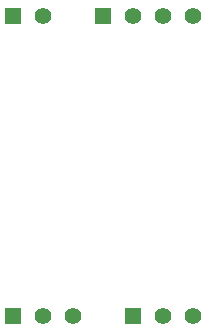
<source format=gbs>
G04 (created by PCBNEW (2013-june-11)-stable) date Thu 23 Jan 2014 03:09:13 PM PST*
%MOIN*%
G04 Gerber Fmt 3.4, Leading zero omitted, Abs format*
%FSLAX34Y34*%
G01*
G70*
G90*
G04 APERTURE LIST*
%ADD10C,0.00590551*%
%ADD11R,0.055X0.055*%
%ADD12C,0.055*%
G04 APERTURE END LIST*
G54D10*
G54D11*
X95000Y-29000D03*
G54D12*
X96000Y-29000D03*
X97000Y-29000D03*
X98000Y-29000D03*
G54D11*
X96000Y-39000D03*
G54D12*
X97000Y-39000D03*
X98000Y-39000D03*
G54D11*
X92000Y-39000D03*
G54D12*
X93000Y-39000D03*
X94000Y-39000D03*
G54D11*
X92000Y-29000D03*
G54D12*
X93000Y-29000D03*
M02*

</source>
